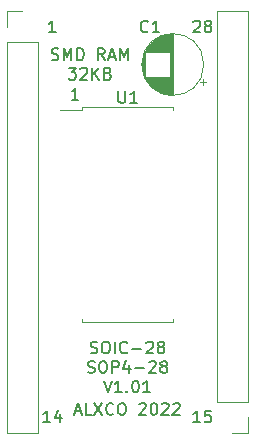
<source format=gbr>
%TF.GenerationSoftware,KiCad,Pcbnew,(5.1.7)-1*%
%TF.CreationDate,2022-07-07T01:38:01-03:00*%
%TF.ProjectId,RAMboard,52414d62-6f61-4726-942e-6b696361645f,rev?*%
%TF.SameCoordinates,Original*%
%TF.FileFunction,Legend,Top*%
%TF.FilePolarity,Positive*%
%FSLAX46Y46*%
G04 Gerber Fmt 4.6, Leading zero omitted, Abs format (unit mm)*
G04 Created by KiCad (PCBNEW (5.1.7)-1) date 2022-07-07 01:38:01*
%MOMM*%
%LPD*%
G01*
G04 APERTURE LIST*
%ADD10C,0.150000*%
%ADD11C,0.120000*%
G04 APERTURE END LIST*
D10*
X32401428Y-57951666D02*
X32877619Y-57951666D01*
X32306190Y-58237380D02*
X32639523Y-57237380D01*
X32972857Y-58237380D01*
X33782380Y-58237380D02*
X33306190Y-58237380D01*
X33306190Y-57237380D01*
X34020476Y-57237380D02*
X34687142Y-58237380D01*
X34687142Y-57237380D02*
X34020476Y-58237380D01*
X35639523Y-58142142D02*
X35591904Y-58189761D01*
X35449047Y-58237380D01*
X35353809Y-58237380D01*
X35210952Y-58189761D01*
X35115714Y-58094523D01*
X35068095Y-57999285D01*
X35020476Y-57808809D01*
X35020476Y-57665952D01*
X35068095Y-57475476D01*
X35115714Y-57380238D01*
X35210952Y-57285000D01*
X35353809Y-57237380D01*
X35449047Y-57237380D01*
X35591904Y-57285000D01*
X35639523Y-57332619D01*
X36258571Y-57237380D02*
X36449047Y-57237380D01*
X36544285Y-57285000D01*
X36639523Y-57380238D01*
X36687142Y-57570714D01*
X36687142Y-57904047D01*
X36639523Y-58094523D01*
X36544285Y-58189761D01*
X36449047Y-58237380D01*
X36258571Y-58237380D01*
X36163333Y-58189761D01*
X36068095Y-58094523D01*
X36020476Y-57904047D01*
X36020476Y-57570714D01*
X36068095Y-57380238D01*
X36163333Y-57285000D01*
X36258571Y-57237380D01*
X37830000Y-57332619D02*
X37877619Y-57285000D01*
X37972857Y-57237380D01*
X38210952Y-57237380D01*
X38306190Y-57285000D01*
X38353809Y-57332619D01*
X38401428Y-57427857D01*
X38401428Y-57523095D01*
X38353809Y-57665952D01*
X37782380Y-58237380D01*
X38401428Y-58237380D01*
X39020476Y-57237380D02*
X39115714Y-57237380D01*
X39210952Y-57285000D01*
X39258571Y-57332619D01*
X39306190Y-57427857D01*
X39353809Y-57618333D01*
X39353809Y-57856428D01*
X39306190Y-58046904D01*
X39258571Y-58142142D01*
X39210952Y-58189761D01*
X39115714Y-58237380D01*
X39020476Y-58237380D01*
X38925238Y-58189761D01*
X38877619Y-58142142D01*
X38830000Y-58046904D01*
X38782380Y-57856428D01*
X38782380Y-57618333D01*
X38830000Y-57427857D01*
X38877619Y-57332619D01*
X38925238Y-57285000D01*
X39020476Y-57237380D01*
X39734761Y-57332619D02*
X39782380Y-57285000D01*
X39877619Y-57237380D01*
X40115714Y-57237380D01*
X40210952Y-57285000D01*
X40258571Y-57332619D01*
X40306190Y-57427857D01*
X40306190Y-57523095D01*
X40258571Y-57665952D01*
X39687142Y-58237380D01*
X40306190Y-58237380D01*
X40687142Y-57332619D02*
X40734761Y-57285000D01*
X40830000Y-57237380D01*
X41068095Y-57237380D01*
X41163333Y-57285000D01*
X41210952Y-57332619D01*
X41258571Y-57427857D01*
X41258571Y-57523095D01*
X41210952Y-57665952D01*
X40639523Y-58237380D01*
X41258571Y-58237380D01*
X34830000Y-55332380D02*
X35163333Y-56332380D01*
X35496666Y-55332380D01*
X36353809Y-56332380D02*
X35782380Y-56332380D01*
X36068095Y-56332380D02*
X36068095Y-55332380D01*
X35972857Y-55475238D01*
X35877619Y-55570476D01*
X35782380Y-55618095D01*
X36782380Y-56237142D02*
X36830000Y-56284761D01*
X36782380Y-56332380D01*
X36734761Y-56284761D01*
X36782380Y-56237142D01*
X36782380Y-56332380D01*
X37449047Y-55332380D02*
X37544285Y-55332380D01*
X37639523Y-55380000D01*
X37687142Y-55427619D01*
X37734761Y-55522857D01*
X37782380Y-55713333D01*
X37782380Y-55951428D01*
X37734761Y-56141904D01*
X37687142Y-56237142D01*
X37639523Y-56284761D01*
X37544285Y-56332380D01*
X37449047Y-56332380D01*
X37353809Y-56284761D01*
X37306190Y-56237142D01*
X37258571Y-56141904D01*
X37210952Y-55951428D01*
X37210952Y-55713333D01*
X37258571Y-55522857D01*
X37306190Y-55427619D01*
X37353809Y-55380000D01*
X37449047Y-55332380D01*
X38734761Y-56332380D02*
X38163333Y-56332380D01*
X38449047Y-56332380D02*
X38449047Y-55332380D01*
X38353809Y-55475238D01*
X38258571Y-55570476D01*
X38163333Y-55618095D01*
X32670714Y-31567380D02*
X32099285Y-31567380D01*
X32385000Y-31567380D02*
X32385000Y-30567380D01*
X32289761Y-30710238D01*
X32194523Y-30805476D01*
X32099285Y-30853095D01*
X42989523Y-58872380D02*
X42418095Y-58872380D01*
X42703809Y-58872380D02*
X42703809Y-57872380D01*
X42608571Y-58015238D01*
X42513333Y-58110476D01*
X42418095Y-58158095D01*
X43894285Y-57872380D02*
X43418095Y-57872380D01*
X43370476Y-58348571D01*
X43418095Y-58300952D01*
X43513333Y-58253333D01*
X43751428Y-58253333D01*
X43846666Y-58300952D01*
X43894285Y-58348571D01*
X43941904Y-58443809D01*
X43941904Y-58681904D01*
X43894285Y-58777142D01*
X43846666Y-58824761D01*
X43751428Y-58872380D01*
X43513333Y-58872380D01*
X43418095Y-58824761D01*
X43370476Y-58777142D01*
X30289523Y-58872380D02*
X29718095Y-58872380D01*
X30003809Y-58872380D02*
X30003809Y-57872380D01*
X29908571Y-58015238D01*
X29813333Y-58110476D01*
X29718095Y-58158095D01*
X31146666Y-58205714D02*
X31146666Y-58872380D01*
X30908571Y-57824761D02*
X30670476Y-58539047D01*
X31289523Y-58539047D01*
X42418095Y-24947619D02*
X42465714Y-24900000D01*
X42560952Y-24852380D01*
X42799047Y-24852380D01*
X42894285Y-24900000D01*
X42941904Y-24947619D01*
X42989523Y-25042857D01*
X42989523Y-25138095D01*
X42941904Y-25280952D01*
X42370476Y-25852380D01*
X42989523Y-25852380D01*
X43560952Y-25280952D02*
X43465714Y-25233333D01*
X43418095Y-25185714D01*
X43370476Y-25090476D01*
X43370476Y-25042857D01*
X43418095Y-24947619D01*
X43465714Y-24900000D01*
X43560952Y-24852380D01*
X43751428Y-24852380D01*
X43846666Y-24900000D01*
X43894285Y-24947619D01*
X43941904Y-25042857D01*
X43941904Y-25090476D01*
X43894285Y-25185714D01*
X43846666Y-25233333D01*
X43751428Y-25280952D01*
X43560952Y-25280952D01*
X43465714Y-25328571D01*
X43418095Y-25376190D01*
X43370476Y-25471428D01*
X43370476Y-25661904D01*
X43418095Y-25757142D01*
X43465714Y-25804761D01*
X43560952Y-25852380D01*
X43751428Y-25852380D01*
X43846666Y-25804761D01*
X43894285Y-25757142D01*
X43941904Y-25661904D01*
X43941904Y-25471428D01*
X43894285Y-25376190D01*
X43846666Y-25328571D01*
X43751428Y-25280952D01*
X30765714Y-25852380D02*
X30194285Y-25852380D01*
X30480000Y-25852380D02*
X30480000Y-24852380D01*
X30384761Y-24995238D01*
X30289523Y-25090476D01*
X30194285Y-25138095D01*
X33710952Y-52979761D02*
X33853809Y-53027380D01*
X34091904Y-53027380D01*
X34187142Y-52979761D01*
X34234761Y-52932142D01*
X34282380Y-52836904D01*
X34282380Y-52741666D01*
X34234761Y-52646428D01*
X34187142Y-52598809D01*
X34091904Y-52551190D01*
X33901428Y-52503571D01*
X33806190Y-52455952D01*
X33758571Y-52408333D01*
X33710952Y-52313095D01*
X33710952Y-52217857D01*
X33758571Y-52122619D01*
X33806190Y-52075000D01*
X33901428Y-52027380D01*
X34139523Y-52027380D01*
X34282380Y-52075000D01*
X34901428Y-52027380D02*
X35091904Y-52027380D01*
X35187142Y-52075000D01*
X35282380Y-52170238D01*
X35330000Y-52360714D01*
X35330000Y-52694047D01*
X35282380Y-52884523D01*
X35187142Y-52979761D01*
X35091904Y-53027380D01*
X34901428Y-53027380D01*
X34806190Y-52979761D01*
X34710952Y-52884523D01*
X34663333Y-52694047D01*
X34663333Y-52360714D01*
X34710952Y-52170238D01*
X34806190Y-52075000D01*
X34901428Y-52027380D01*
X35758571Y-53027380D02*
X35758571Y-52027380D01*
X36806190Y-52932142D02*
X36758571Y-52979761D01*
X36615714Y-53027380D01*
X36520476Y-53027380D01*
X36377619Y-52979761D01*
X36282380Y-52884523D01*
X36234761Y-52789285D01*
X36187142Y-52598809D01*
X36187142Y-52455952D01*
X36234761Y-52265476D01*
X36282380Y-52170238D01*
X36377619Y-52075000D01*
X36520476Y-52027380D01*
X36615714Y-52027380D01*
X36758571Y-52075000D01*
X36806190Y-52122619D01*
X37234761Y-52646428D02*
X37996666Y-52646428D01*
X38425238Y-52122619D02*
X38472857Y-52075000D01*
X38568095Y-52027380D01*
X38806190Y-52027380D01*
X38901428Y-52075000D01*
X38949047Y-52122619D01*
X38996666Y-52217857D01*
X38996666Y-52313095D01*
X38949047Y-52455952D01*
X38377619Y-53027380D01*
X38996666Y-53027380D01*
X39568095Y-52455952D02*
X39472857Y-52408333D01*
X39425238Y-52360714D01*
X39377619Y-52265476D01*
X39377619Y-52217857D01*
X39425238Y-52122619D01*
X39472857Y-52075000D01*
X39568095Y-52027380D01*
X39758571Y-52027380D01*
X39853809Y-52075000D01*
X39901428Y-52122619D01*
X39949047Y-52217857D01*
X39949047Y-52265476D01*
X39901428Y-52360714D01*
X39853809Y-52408333D01*
X39758571Y-52455952D01*
X39568095Y-52455952D01*
X39472857Y-52503571D01*
X39425238Y-52551190D01*
X39377619Y-52646428D01*
X39377619Y-52836904D01*
X39425238Y-52932142D01*
X39472857Y-52979761D01*
X39568095Y-53027380D01*
X39758571Y-53027380D01*
X39853809Y-52979761D01*
X39901428Y-52932142D01*
X39949047Y-52836904D01*
X39949047Y-52646428D01*
X39901428Y-52551190D01*
X39853809Y-52503571D01*
X39758571Y-52455952D01*
X33472857Y-54629761D02*
X33615714Y-54677380D01*
X33853809Y-54677380D01*
X33949047Y-54629761D01*
X33996666Y-54582142D01*
X34044285Y-54486904D01*
X34044285Y-54391666D01*
X33996666Y-54296428D01*
X33949047Y-54248809D01*
X33853809Y-54201190D01*
X33663333Y-54153571D01*
X33568095Y-54105952D01*
X33520476Y-54058333D01*
X33472857Y-53963095D01*
X33472857Y-53867857D01*
X33520476Y-53772619D01*
X33568095Y-53725000D01*
X33663333Y-53677380D01*
X33901428Y-53677380D01*
X34044285Y-53725000D01*
X34663333Y-53677380D02*
X34853809Y-53677380D01*
X34949047Y-53725000D01*
X35044285Y-53820238D01*
X35091904Y-54010714D01*
X35091904Y-54344047D01*
X35044285Y-54534523D01*
X34949047Y-54629761D01*
X34853809Y-54677380D01*
X34663333Y-54677380D01*
X34568095Y-54629761D01*
X34472857Y-54534523D01*
X34425238Y-54344047D01*
X34425238Y-54010714D01*
X34472857Y-53820238D01*
X34568095Y-53725000D01*
X34663333Y-53677380D01*
X35520476Y-54677380D02*
X35520476Y-53677380D01*
X35901428Y-53677380D01*
X35996666Y-53725000D01*
X36044285Y-53772619D01*
X36091904Y-53867857D01*
X36091904Y-54010714D01*
X36044285Y-54105952D01*
X35996666Y-54153571D01*
X35901428Y-54201190D01*
X35520476Y-54201190D01*
X36949047Y-54010714D02*
X36949047Y-54677380D01*
X36710952Y-53629761D02*
X36472857Y-54344047D01*
X37091904Y-54344047D01*
X37472857Y-54296428D02*
X38234761Y-54296428D01*
X38663333Y-53772619D02*
X38710952Y-53725000D01*
X38806190Y-53677380D01*
X39044285Y-53677380D01*
X39139523Y-53725000D01*
X39187142Y-53772619D01*
X39234761Y-53867857D01*
X39234761Y-53963095D01*
X39187142Y-54105952D01*
X38615714Y-54677380D01*
X39234761Y-54677380D01*
X39806190Y-54105952D02*
X39710952Y-54058333D01*
X39663333Y-54010714D01*
X39615714Y-53915476D01*
X39615714Y-53867857D01*
X39663333Y-53772619D01*
X39710952Y-53725000D01*
X39806190Y-53677380D01*
X39996666Y-53677380D01*
X40091904Y-53725000D01*
X40139523Y-53772619D01*
X40187142Y-53867857D01*
X40187142Y-53915476D01*
X40139523Y-54010714D01*
X40091904Y-54058333D01*
X39996666Y-54105952D01*
X39806190Y-54105952D01*
X39710952Y-54153571D01*
X39663333Y-54201190D01*
X39615714Y-54296428D01*
X39615714Y-54486904D01*
X39663333Y-54582142D01*
X39710952Y-54629761D01*
X39806190Y-54677380D01*
X39996666Y-54677380D01*
X40091904Y-54629761D01*
X40139523Y-54582142D01*
X40187142Y-54486904D01*
X40187142Y-54296428D01*
X40139523Y-54201190D01*
X40091904Y-54153571D01*
X39996666Y-54105952D01*
X30416904Y-28154761D02*
X30559761Y-28202380D01*
X30797857Y-28202380D01*
X30893095Y-28154761D01*
X30940714Y-28107142D01*
X30988333Y-28011904D01*
X30988333Y-27916666D01*
X30940714Y-27821428D01*
X30893095Y-27773809D01*
X30797857Y-27726190D01*
X30607380Y-27678571D01*
X30512142Y-27630952D01*
X30464523Y-27583333D01*
X30416904Y-27488095D01*
X30416904Y-27392857D01*
X30464523Y-27297619D01*
X30512142Y-27250000D01*
X30607380Y-27202380D01*
X30845476Y-27202380D01*
X30988333Y-27250000D01*
X31416904Y-28202380D02*
X31416904Y-27202380D01*
X31750238Y-27916666D01*
X32083571Y-27202380D01*
X32083571Y-28202380D01*
X32559761Y-28202380D02*
X32559761Y-27202380D01*
X32797857Y-27202380D01*
X32940714Y-27250000D01*
X33035952Y-27345238D01*
X33083571Y-27440476D01*
X33131190Y-27630952D01*
X33131190Y-27773809D01*
X33083571Y-27964285D01*
X33035952Y-28059523D01*
X32940714Y-28154761D01*
X32797857Y-28202380D01*
X32559761Y-28202380D01*
X34893095Y-28202380D02*
X34559761Y-27726190D01*
X34321666Y-28202380D02*
X34321666Y-27202380D01*
X34702619Y-27202380D01*
X34797857Y-27250000D01*
X34845476Y-27297619D01*
X34893095Y-27392857D01*
X34893095Y-27535714D01*
X34845476Y-27630952D01*
X34797857Y-27678571D01*
X34702619Y-27726190D01*
X34321666Y-27726190D01*
X35274047Y-27916666D02*
X35750238Y-27916666D01*
X35178809Y-28202380D02*
X35512142Y-27202380D01*
X35845476Y-28202380D01*
X36178809Y-28202380D02*
X36178809Y-27202380D01*
X36512142Y-27916666D01*
X36845476Y-27202380D01*
X36845476Y-28202380D01*
X31845476Y-28852380D02*
X32464523Y-28852380D01*
X32131190Y-29233333D01*
X32274047Y-29233333D01*
X32369285Y-29280952D01*
X32416904Y-29328571D01*
X32464523Y-29423809D01*
X32464523Y-29661904D01*
X32416904Y-29757142D01*
X32369285Y-29804761D01*
X32274047Y-29852380D01*
X31988333Y-29852380D01*
X31893095Y-29804761D01*
X31845476Y-29757142D01*
X32845476Y-28947619D02*
X32893095Y-28900000D01*
X32988333Y-28852380D01*
X33226428Y-28852380D01*
X33321666Y-28900000D01*
X33369285Y-28947619D01*
X33416904Y-29042857D01*
X33416904Y-29138095D01*
X33369285Y-29280952D01*
X32797857Y-29852380D01*
X33416904Y-29852380D01*
X33845476Y-29852380D02*
X33845476Y-28852380D01*
X34416904Y-29852380D02*
X33988333Y-29280952D01*
X34416904Y-28852380D02*
X33845476Y-29423809D01*
X35178809Y-29328571D02*
X35321666Y-29376190D01*
X35369285Y-29423809D01*
X35416904Y-29519047D01*
X35416904Y-29661904D01*
X35369285Y-29757142D01*
X35321666Y-29804761D01*
X35226428Y-29852380D01*
X34845476Y-29852380D01*
X34845476Y-28852380D01*
X35178809Y-28852380D01*
X35274047Y-28900000D01*
X35321666Y-28947619D01*
X35369285Y-29042857D01*
X35369285Y-29138095D01*
X35321666Y-29233333D01*
X35274047Y-29280952D01*
X35178809Y-29328571D01*
X34845476Y-29328571D01*
D11*
%TO.C,U1*%
X36830000Y-50335000D02*
X40690000Y-50335000D01*
X40690000Y-50335000D02*
X40690000Y-50090000D01*
X36830000Y-50335000D02*
X32970000Y-50335000D01*
X32970000Y-50335000D02*
X32970000Y-50090000D01*
X36830000Y-32215000D02*
X40690000Y-32215000D01*
X40690000Y-32215000D02*
X40690000Y-32460000D01*
X36830000Y-32215000D02*
X32970000Y-32215000D01*
X32970000Y-32215000D02*
X32970000Y-32460000D01*
X32970000Y-32460000D02*
X31155000Y-32460000D01*
%TO.C,J2*%
X47050000Y-59750000D02*
X45720000Y-59750000D01*
X47050000Y-58420000D02*
X47050000Y-59750000D01*
X47050000Y-57150000D02*
X44390000Y-57150000D01*
X44390000Y-57150000D02*
X44390000Y-24070000D01*
X47050000Y-57150000D02*
X47050000Y-24070000D01*
X47050000Y-24070000D02*
X44390000Y-24070000D01*
%TO.C,J1*%
X26610000Y-24070000D02*
X27940000Y-24070000D01*
X26610000Y-25400000D02*
X26610000Y-24070000D01*
X26610000Y-26670000D02*
X29270000Y-26670000D01*
X29270000Y-26670000D02*
X29270000Y-59750000D01*
X26610000Y-26670000D02*
X26610000Y-59750000D01*
X26610000Y-59750000D02*
X29270000Y-59750000D01*
%TO.C,C1*%
X43214775Y-30300000D02*
X43214775Y-29800000D01*
X43464775Y-30050000D02*
X42964775Y-30050000D01*
X38059000Y-28859000D02*
X38059000Y-28291000D01*
X38099000Y-29093000D02*
X38099000Y-28057000D01*
X38139000Y-29252000D02*
X38139000Y-27898000D01*
X38179000Y-29380000D02*
X38179000Y-27770000D01*
X38219000Y-29490000D02*
X38219000Y-27660000D01*
X38259000Y-29586000D02*
X38259000Y-27564000D01*
X38299000Y-29673000D02*
X38299000Y-27477000D01*
X38339000Y-29753000D02*
X38339000Y-27397000D01*
X38379000Y-27535000D02*
X38379000Y-27324000D01*
X38379000Y-29826000D02*
X38379000Y-29615000D01*
X38419000Y-27535000D02*
X38419000Y-27256000D01*
X38419000Y-29894000D02*
X38419000Y-29615000D01*
X38459000Y-27535000D02*
X38459000Y-27192000D01*
X38459000Y-29958000D02*
X38459000Y-29615000D01*
X38499000Y-27535000D02*
X38499000Y-27132000D01*
X38499000Y-30018000D02*
X38499000Y-29615000D01*
X38539000Y-27535000D02*
X38539000Y-27075000D01*
X38539000Y-30075000D02*
X38539000Y-29615000D01*
X38579000Y-27535000D02*
X38579000Y-27021000D01*
X38579000Y-30129000D02*
X38579000Y-29615000D01*
X38619000Y-27535000D02*
X38619000Y-26970000D01*
X38619000Y-30180000D02*
X38619000Y-29615000D01*
X38659000Y-27535000D02*
X38659000Y-26922000D01*
X38659000Y-30228000D02*
X38659000Y-29615000D01*
X38699000Y-27535000D02*
X38699000Y-26876000D01*
X38699000Y-30274000D02*
X38699000Y-29615000D01*
X38739000Y-27535000D02*
X38739000Y-26832000D01*
X38739000Y-30318000D02*
X38739000Y-29615000D01*
X38779000Y-27535000D02*
X38779000Y-26790000D01*
X38779000Y-30360000D02*
X38779000Y-29615000D01*
X38819000Y-27535000D02*
X38819000Y-26749000D01*
X38819000Y-30401000D02*
X38819000Y-29615000D01*
X38859000Y-27535000D02*
X38859000Y-26711000D01*
X38859000Y-30439000D02*
X38859000Y-29615000D01*
X38899000Y-27535000D02*
X38899000Y-26674000D01*
X38899000Y-30476000D02*
X38899000Y-29615000D01*
X38939000Y-27535000D02*
X38939000Y-26638000D01*
X38939000Y-30512000D02*
X38939000Y-29615000D01*
X38979000Y-27535000D02*
X38979000Y-26604000D01*
X38979000Y-30546000D02*
X38979000Y-29615000D01*
X39019000Y-27535000D02*
X39019000Y-26571000D01*
X39019000Y-30579000D02*
X39019000Y-29615000D01*
X39059000Y-27535000D02*
X39059000Y-26540000D01*
X39059000Y-30610000D02*
X39059000Y-29615000D01*
X39099000Y-27535000D02*
X39099000Y-26510000D01*
X39099000Y-30640000D02*
X39099000Y-29615000D01*
X39139000Y-27535000D02*
X39139000Y-26480000D01*
X39139000Y-30670000D02*
X39139000Y-29615000D01*
X39179000Y-27535000D02*
X39179000Y-26453000D01*
X39179000Y-30697000D02*
X39179000Y-29615000D01*
X39219000Y-27535000D02*
X39219000Y-26426000D01*
X39219000Y-30724000D02*
X39219000Y-29615000D01*
X39259000Y-27535000D02*
X39259000Y-26400000D01*
X39259000Y-30750000D02*
X39259000Y-29615000D01*
X39299000Y-27535000D02*
X39299000Y-26375000D01*
X39299000Y-30775000D02*
X39299000Y-29615000D01*
X39339000Y-27535000D02*
X39339000Y-26351000D01*
X39339000Y-30799000D02*
X39339000Y-29615000D01*
X39379000Y-27535000D02*
X39379000Y-26328000D01*
X39379000Y-30822000D02*
X39379000Y-29615000D01*
X39419000Y-27535000D02*
X39419000Y-26307000D01*
X39419000Y-30843000D02*
X39419000Y-29615000D01*
X39459000Y-27535000D02*
X39459000Y-26285000D01*
X39459000Y-30865000D02*
X39459000Y-29615000D01*
X39499000Y-27535000D02*
X39499000Y-26265000D01*
X39499000Y-30885000D02*
X39499000Y-29615000D01*
X39539000Y-27535000D02*
X39539000Y-26246000D01*
X39539000Y-30904000D02*
X39539000Y-29615000D01*
X39579000Y-27535000D02*
X39579000Y-26227000D01*
X39579000Y-30923000D02*
X39579000Y-29615000D01*
X39619000Y-27535000D02*
X39619000Y-26210000D01*
X39619000Y-30940000D02*
X39619000Y-29615000D01*
X39659000Y-27535000D02*
X39659000Y-26193000D01*
X39659000Y-30957000D02*
X39659000Y-29615000D01*
X39699000Y-27535000D02*
X39699000Y-26177000D01*
X39699000Y-30973000D02*
X39699000Y-29615000D01*
X39739000Y-27535000D02*
X39739000Y-26161000D01*
X39739000Y-30989000D02*
X39739000Y-29615000D01*
X39779000Y-27535000D02*
X39779000Y-26147000D01*
X39779000Y-31003000D02*
X39779000Y-29615000D01*
X39819000Y-27535000D02*
X39819000Y-26133000D01*
X39819000Y-31017000D02*
X39819000Y-29615000D01*
X39859000Y-27535000D02*
X39859000Y-26120000D01*
X39859000Y-31030000D02*
X39859000Y-29615000D01*
X39899000Y-27535000D02*
X39899000Y-26107000D01*
X39899000Y-31043000D02*
X39899000Y-29615000D01*
X39939000Y-27535000D02*
X39939000Y-26095000D01*
X39939000Y-31055000D02*
X39939000Y-29615000D01*
X39980000Y-27535000D02*
X39980000Y-26084000D01*
X39980000Y-31066000D02*
X39980000Y-29615000D01*
X40020000Y-27535000D02*
X40020000Y-26074000D01*
X40020000Y-31076000D02*
X40020000Y-29615000D01*
X40060000Y-27535000D02*
X40060000Y-26064000D01*
X40060000Y-31086000D02*
X40060000Y-29615000D01*
X40100000Y-27535000D02*
X40100000Y-26055000D01*
X40100000Y-31095000D02*
X40100000Y-29615000D01*
X40140000Y-27535000D02*
X40140000Y-26047000D01*
X40140000Y-31103000D02*
X40140000Y-29615000D01*
X40180000Y-27535000D02*
X40180000Y-26039000D01*
X40180000Y-31111000D02*
X40180000Y-29615000D01*
X40220000Y-27535000D02*
X40220000Y-26032000D01*
X40220000Y-31118000D02*
X40220000Y-29615000D01*
X40260000Y-27535000D02*
X40260000Y-26025000D01*
X40260000Y-31125000D02*
X40260000Y-29615000D01*
X40300000Y-27535000D02*
X40300000Y-26019000D01*
X40300000Y-31131000D02*
X40300000Y-29615000D01*
X40340000Y-27535000D02*
X40340000Y-26014000D01*
X40340000Y-31136000D02*
X40340000Y-29615000D01*
X40380000Y-27535000D02*
X40380000Y-26010000D01*
X40380000Y-31140000D02*
X40380000Y-29615000D01*
X40420000Y-27535000D02*
X40420000Y-26006000D01*
X40420000Y-31144000D02*
X40420000Y-29615000D01*
X40460000Y-31148000D02*
X40460000Y-26002000D01*
X40500000Y-31151000D02*
X40500000Y-25999000D01*
X40540000Y-31153000D02*
X40540000Y-25997000D01*
X40580000Y-31154000D02*
X40580000Y-25996000D01*
X40620000Y-31155000D02*
X40620000Y-25995000D01*
X40660000Y-31155000D02*
X40660000Y-25995000D01*
X43280000Y-28575000D02*
G75*
G03*
X43280000Y-28575000I-2620000J0D01*
G01*
%TO.C,U1*%
D10*
X36068095Y-30827380D02*
X36068095Y-31636904D01*
X36115714Y-31732142D01*
X36163333Y-31779761D01*
X36258571Y-31827380D01*
X36449047Y-31827380D01*
X36544285Y-31779761D01*
X36591904Y-31732142D01*
X36639523Y-31636904D01*
X36639523Y-30827380D01*
X37639523Y-31827380D02*
X37068095Y-31827380D01*
X37353809Y-31827380D02*
X37353809Y-30827380D01*
X37258571Y-30970238D01*
X37163333Y-31065476D01*
X37068095Y-31113095D01*
%TO.C,C1*%
X38568333Y-25757142D02*
X38520714Y-25804761D01*
X38377857Y-25852380D01*
X38282619Y-25852380D01*
X38139761Y-25804761D01*
X38044523Y-25709523D01*
X37996904Y-25614285D01*
X37949285Y-25423809D01*
X37949285Y-25280952D01*
X37996904Y-25090476D01*
X38044523Y-24995238D01*
X38139761Y-24900000D01*
X38282619Y-24852380D01*
X38377857Y-24852380D01*
X38520714Y-24900000D01*
X38568333Y-24947619D01*
X39520714Y-25852380D02*
X38949285Y-25852380D01*
X39235000Y-25852380D02*
X39235000Y-24852380D01*
X39139761Y-24995238D01*
X39044523Y-25090476D01*
X38949285Y-25138095D01*
%TD*%
M02*

</source>
